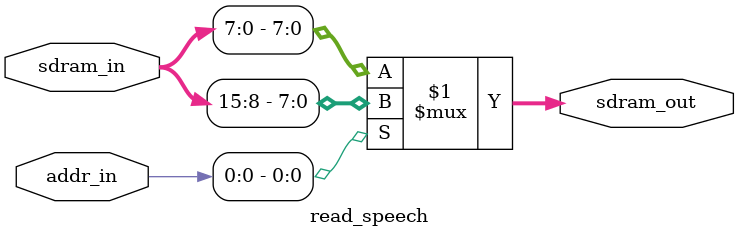
<source format=v>
module read_speech(addr_in,sdram_in,sdram_out);

input [15:0]sdram_in;
input [22:0]addr_in;

//output reg sdram_read;
output [7:0]sdram_out;

assign sdram_out=(addr_in[0])?sdram_in[15:8]:sdram_in[7:0];

endmodule

</source>
